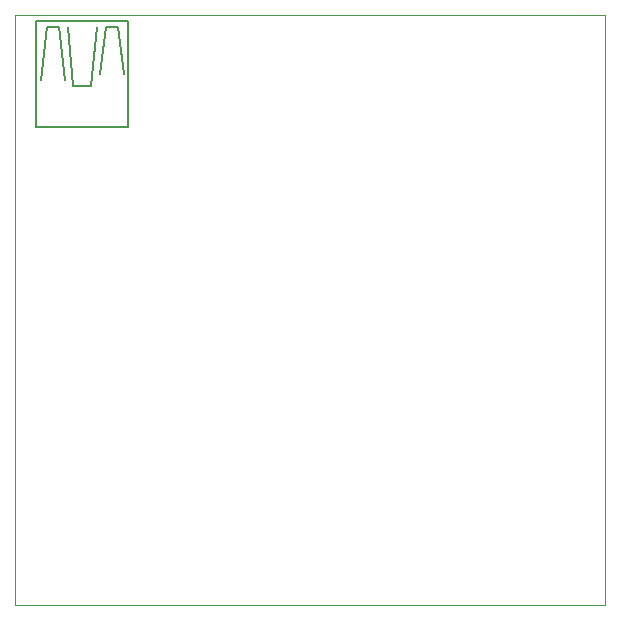
<source format=gbo>
G75*
%MOIN*%
%OFA0B0*%
%FSLAX25Y25*%
%IPPOS*%
%LPD*%
%AMOC8*
5,1,8,0,0,1.08239X$1,22.5*
%
%ADD10C,0.00000*%
%ADD11C,0.00500*%
D10*
X0001800Y0001800D02*
X0001800Y0198650D01*
X0198650Y0198650D01*
X0198650Y0001800D01*
X0001800Y0001800D01*
D11*
X0008946Y0161131D02*
X0008946Y0196564D01*
X0039654Y0196564D01*
X0039654Y0161131D01*
X0008946Y0161131D01*
X0021347Y0174910D02*
X0019379Y0194595D01*
X0016426Y0194595D02*
X0018394Y0176879D01*
X0021347Y0174910D02*
X0027253Y0174910D01*
X0029221Y0194595D01*
X0032174Y0194595D02*
X0030206Y0178847D01*
X0038080Y0178847D02*
X0036111Y0194595D01*
X0032174Y0194595D01*
X0016426Y0194595D02*
X0012489Y0194595D01*
X0010520Y0176879D01*
M02*

</source>
